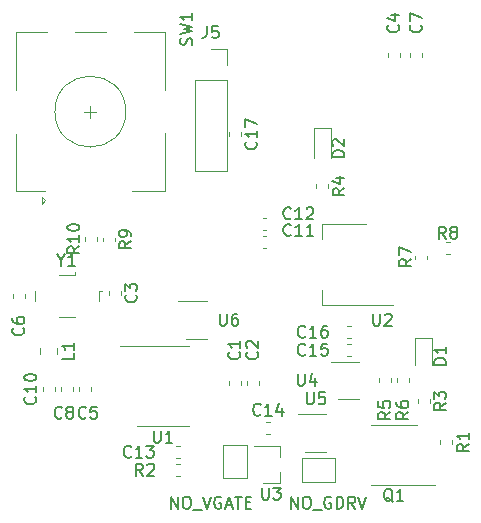
<source format=gbr>
%TF.GenerationSoftware,KiCad,Pcbnew,5.1.6*%
%TF.CreationDate,2020-09-04T20:47:42+02:00*%
%TF.ProjectId,JBC_Nano_Hardware,4a42435f-4e61-46e6-9f5f-486172647761,rev?*%
%TF.SameCoordinates,Original*%
%TF.FileFunction,Legend,Top*%
%TF.FilePolarity,Positive*%
%FSLAX46Y46*%
G04 Gerber Fmt 4.6, Leading zero omitted, Abs format (unit mm)*
G04 Created by KiCad (PCBNEW 5.1.6) date 2020-09-04 20:47:42*
%MOMM*%
%LPD*%
G01*
G04 APERTURE LIST*
%ADD10C,0.150000*%
%ADD11C,0.120000*%
G04 APERTURE END LIST*
D10*
X47172952Y-69540380D02*
X47172952Y-68540380D01*
X47744380Y-69540380D01*
X47744380Y-68540380D01*
X48411047Y-68540380D02*
X48601523Y-68540380D01*
X48696761Y-68588000D01*
X48792000Y-68683238D01*
X48839619Y-68873714D01*
X48839619Y-69207047D01*
X48792000Y-69397523D01*
X48696761Y-69492761D01*
X48601523Y-69540380D01*
X48411047Y-69540380D01*
X48315809Y-69492761D01*
X48220571Y-69397523D01*
X48172952Y-69207047D01*
X48172952Y-68873714D01*
X48220571Y-68683238D01*
X48315809Y-68588000D01*
X48411047Y-68540380D01*
X49030095Y-69635619D02*
X49792000Y-69635619D01*
X50553904Y-68588000D02*
X50458666Y-68540380D01*
X50315809Y-68540380D01*
X50172952Y-68588000D01*
X50077714Y-68683238D01*
X50030095Y-68778476D01*
X49982476Y-68968952D01*
X49982476Y-69111809D01*
X50030095Y-69302285D01*
X50077714Y-69397523D01*
X50172952Y-69492761D01*
X50315809Y-69540380D01*
X50411047Y-69540380D01*
X50553904Y-69492761D01*
X50601523Y-69445142D01*
X50601523Y-69111809D01*
X50411047Y-69111809D01*
X51030095Y-69540380D02*
X51030095Y-68540380D01*
X51268190Y-68540380D01*
X51411047Y-68588000D01*
X51506285Y-68683238D01*
X51553904Y-68778476D01*
X51601523Y-68968952D01*
X51601523Y-69111809D01*
X51553904Y-69302285D01*
X51506285Y-69397523D01*
X51411047Y-69492761D01*
X51268190Y-69540380D01*
X51030095Y-69540380D01*
X52601523Y-69540380D02*
X52268190Y-69064190D01*
X52030095Y-69540380D02*
X52030095Y-68540380D01*
X52411047Y-68540380D01*
X52506285Y-68588000D01*
X52553904Y-68635619D01*
X52601523Y-68730857D01*
X52601523Y-68873714D01*
X52553904Y-68968952D01*
X52506285Y-69016571D01*
X52411047Y-69064190D01*
X52030095Y-69064190D01*
X52887238Y-68540380D02*
X53220571Y-69540380D01*
X53553904Y-68540380D01*
X37005047Y-69540380D02*
X37005047Y-68540380D01*
X37576476Y-69540380D01*
X37576476Y-68540380D01*
X38243142Y-68540380D02*
X38433619Y-68540380D01*
X38528857Y-68588000D01*
X38624095Y-68683238D01*
X38671714Y-68873714D01*
X38671714Y-69207047D01*
X38624095Y-69397523D01*
X38528857Y-69492761D01*
X38433619Y-69540380D01*
X38243142Y-69540380D01*
X38147904Y-69492761D01*
X38052666Y-69397523D01*
X38005047Y-69207047D01*
X38005047Y-68873714D01*
X38052666Y-68683238D01*
X38147904Y-68588000D01*
X38243142Y-68540380D01*
X38862190Y-69635619D02*
X39624095Y-69635619D01*
X39719333Y-68540380D02*
X40052666Y-69540380D01*
X40386000Y-68540380D01*
X41243142Y-68588000D02*
X41147904Y-68540380D01*
X41005047Y-68540380D01*
X40862190Y-68588000D01*
X40766952Y-68683238D01*
X40719333Y-68778476D01*
X40671714Y-68968952D01*
X40671714Y-69111809D01*
X40719333Y-69302285D01*
X40766952Y-69397523D01*
X40862190Y-69492761D01*
X41005047Y-69540380D01*
X41100285Y-69540380D01*
X41243142Y-69492761D01*
X41290761Y-69445142D01*
X41290761Y-69111809D01*
X41100285Y-69111809D01*
X41671714Y-69254666D02*
X42147904Y-69254666D01*
X41576476Y-69540380D02*
X41909809Y-68540380D01*
X42243142Y-69540380D01*
X42433619Y-68540380D02*
X43005047Y-68540380D01*
X42719333Y-69540380D02*
X42719333Y-68540380D01*
X43338380Y-69016571D02*
X43671714Y-69016571D01*
X43814571Y-69540380D02*
X43338380Y-69540380D01*
X43338380Y-68540380D01*
X43814571Y-68540380D01*
D11*
%TO.C,C1*%
X41908000Y-58739721D02*
X41908000Y-59065279D01*
X42928000Y-58739721D02*
X42928000Y-59065279D01*
%TO.C,C2*%
X44452000Y-58739721D02*
X44452000Y-59065279D01*
X43432000Y-58739721D02*
X43432000Y-59065279D01*
%TO.C,C3*%
X31748000Y-51119721D02*
X31748000Y-51445279D01*
X32768000Y-51119721D02*
X32768000Y-51445279D01*
%TO.C,C4*%
X56390000Y-31303279D02*
X56390000Y-30977721D01*
X55370000Y-31303279D02*
X55370000Y-30977721D01*
%TO.C,C5*%
X30228000Y-59247721D02*
X30228000Y-59573279D01*
X29208000Y-59247721D02*
X29208000Y-59573279D01*
%TO.C,C6*%
X23620000Y-51724779D02*
X23620000Y-51399221D01*
X24640000Y-51724779D02*
X24640000Y-51399221D01*
%TO.C,C7*%
X58295000Y-31303279D02*
X58295000Y-30977721D01*
X57275000Y-31303279D02*
X57275000Y-30977721D01*
%TO.C,C8*%
X27684000Y-59247721D02*
X27684000Y-59573279D01*
X28704000Y-59247721D02*
X28704000Y-59573279D01*
%TO.C,C10*%
X27180000Y-59247721D02*
X27180000Y-59573279D01*
X26160000Y-59247721D02*
X26160000Y-59573279D01*
%TO.C,C11*%
X45092779Y-46456000D02*
X44767221Y-46456000D01*
X45092779Y-47476000D02*
X44767221Y-47476000D01*
%TO.C,C12*%
X45092779Y-45952000D02*
X44767221Y-45952000D01*
X45092779Y-44932000D02*
X44767221Y-44932000D01*
%TO.C,C14*%
X45400279Y-63248000D02*
X45074721Y-63248000D01*
X45400279Y-62228000D02*
X45074721Y-62228000D01*
%TO.C,C15*%
X52232779Y-56644000D02*
X51907221Y-56644000D01*
X52232779Y-55624000D02*
X51907221Y-55624000D01*
%TO.C,C16*%
X52232779Y-54100000D02*
X51907221Y-54100000D01*
X52232779Y-55120000D02*
X51907221Y-55120000D01*
%TO.C,C13*%
X37454721Y-64260000D02*
X37780279Y-64260000D01*
X37454721Y-65280000D02*
X37780279Y-65280000D01*
%TO.C,D1*%
X59155000Y-57416500D02*
X59155000Y-55131500D01*
X59155000Y-55131500D02*
X57685000Y-55131500D01*
X57685000Y-55131500D02*
X57685000Y-57416500D01*
%TO.C,J5*%
X39056000Y-33274000D02*
X41716000Y-33274000D01*
X39056000Y-33274000D02*
X39056000Y-40954000D01*
X39056000Y-40954000D02*
X41716000Y-40954000D01*
X41716000Y-33274000D02*
X41716000Y-40954000D01*
X41716000Y-30674000D02*
X41716000Y-32004000D01*
X40386000Y-30674000D02*
X41716000Y-30674000D01*
%TO.C,JP1*%
X41418000Y-64169000D02*
X43418000Y-64169000D01*
X41418000Y-66969000D02*
X41418000Y-64169000D01*
X43418000Y-66969000D02*
X41418000Y-66969000D01*
X43418000Y-64169000D02*
X43418000Y-66969000D01*
%TO.C,JP2*%
X50930000Y-67294000D02*
X48130000Y-67294000D01*
X48130000Y-67294000D02*
X48130000Y-65294000D01*
X48130000Y-65294000D02*
X50930000Y-65294000D01*
X50930000Y-65294000D02*
X50930000Y-67294000D01*
%TO.C,L1*%
X25960000Y-55953922D02*
X25960000Y-56471078D01*
X27380000Y-55953922D02*
X27380000Y-56471078D01*
%TO.C,Q1*%
X55880000Y-62464000D02*
X53930000Y-62464000D01*
X55880000Y-62464000D02*
X57830000Y-62464000D01*
X55880000Y-67584000D02*
X53930000Y-67584000D01*
X55880000Y-67584000D02*
X59330000Y-67584000D01*
%TO.C,R1*%
X59815000Y-63743721D02*
X59815000Y-64069279D01*
X60835000Y-63743721D02*
X60835000Y-64069279D01*
%TO.C,R3*%
X58930000Y-60263721D02*
X58930000Y-60589279D01*
X57910000Y-60263721D02*
X57910000Y-60589279D01*
%TO.C,R5*%
X54608000Y-58511221D02*
X54608000Y-58836779D01*
X55628000Y-58511221D02*
X55628000Y-58836779D01*
%TO.C,R6*%
X56132000Y-58836779D02*
X56132000Y-58511221D01*
X57152000Y-58836779D02*
X57152000Y-58511221D01*
%TO.C,R2*%
X37454721Y-65784000D02*
X37780279Y-65784000D01*
X37454721Y-66804000D02*
X37780279Y-66804000D01*
%TO.C,R7*%
X57656000Y-48448279D02*
X57656000Y-48122721D01*
X58676000Y-48448279D02*
X58676000Y-48122721D01*
%TO.C,R8*%
X60314721Y-48008000D02*
X60640279Y-48008000D01*
X60314721Y-46988000D02*
X60640279Y-46988000D01*
%TO.C,R9*%
X31240000Y-46598721D02*
X31240000Y-46924279D01*
X32260000Y-46598721D02*
X32260000Y-46924279D01*
%TO.C,R10*%
X29716000Y-46873279D02*
X29716000Y-46547721D01*
X30736000Y-46873279D02*
X30736000Y-46547721D01*
%TO.C,SW1*%
X30186000Y-36434000D02*
X30186000Y-35434000D01*
X29686000Y-35934000D02*
X30686000Y-35934000D01*
X33886000Y-29234000D02*
X36486000Y-29234000D01*
X28886000Y-29234000D02*
X31486000Y-29234000D01*
X23886000Y-29234000D02*
X26486000Y-29234000D01*
X26086000Y-43134000D02*
X26386000Y-43434000D01*
X26086000Y-43734000D02*
X26086000Y-43134000D01*
X26386000Y-43434000D02*
X26086000Y-43734000D01*
X23886000Y-42634000D02*
X26386000Y-42634000D01*
X23886000Y-37834000D02*
X23886000Y-42634000D01*
X36486000Y-42634000D02*
X33686000Y-42634000D01*
X36486000Y-37734000D02*
X36486000Y-42634000D01*
X36486000Y-29234000D02*
X36486000Y-34134000D01*
X23886000Y-34134000D02*
X23886000Y-29234000D01*
X33186000Y-35934000D02*
G75*
G03*
X33186000Y-35934000I-3000000J0D01*
G01*
%TO.C,U1*%
X36322000Y-62567000D02*
X38522000Y-62567000D01*
X36322000Y-62567000D02*
X34122000Y-62567000D01*
X36322000Y-55797000D02*
X38522000Y-55797000D01*
X36322000Y-55797000D02*
X32722000Y-55797000D01*
%TO.C,U4*%
X51190000Y-60234000D02*
X52950000Y-60234000D01*
X52950000Y-57164000D02*
X50520000Y-57164000D01*
%TO.C,Y1*%
X31194000Y-51162000D02*
X30894000Y-51162000D01*
X30894000Y-51162000D02*
X30894000Y-51962000D01*
X25494000Y-51962000D02*
X25494000Y-51162000D01*
X28894000Y-53362000D02*
X27494000Y-53362000D01*
X27494000Y-49762000D02*
X28894000Y-49762000D01*
X28894000Y-49762000D02*
X28894000Y-49522000D01*
%TO.C,U3*%
X46242000Y-67366000D02*
X46242000Y-66436000D01*
X46242000Y-64206000D02*
X46242000Y-65136000D01*
X46242000Y-64206000D02*
X44082000Y-64206000D01*
X46242000Y-67366000D02*
X44782000Y-67366000D01*
%TO.C,U6*%
X38300000Y-55204000D02*
X40100000Y-55204000D01*
X40100000Y-51984000D02*
X37650000Y-51984000D01*
%TO.C,D2*%
X49155000Y-37363000D02*
X49155000Y-39848000D01*
X50525000Y-37363000D02*
X49155000Y-37363000D01*
X50525000Y-39848000D02*
X50525000Y-37363000D01*
%TO.C,R4*%
X50350000Y-42423279D02*
X50350000Y-42097721D01*
X49330000Y-42423279D02*
X49330000Y-42097721D01*
%TO.C,U2*%
X55800000Y-52310000D02*
X49790000Y-52310000D01*
X53550000Y-45490000D02*
X49790000Y-45490000D01*
X49790000Y-52310000D02*
X49790000Y-51050000D01*
X49790000Y-45490000D02*
X49790000Y-46750000D01*
%TO.C,C17*%
X41908000Y-37683221D02*
X41908000Y-38008779D01*
X42928000Y-37683221D02*
X42928000Y-38008779D01*
%TO.C,U5*%
X48376000Y-64767100D02*
X50176000Y-64767100D01*
X50176000Y-61547100D02*
X47726000Y-61547100D01*
%TO.C,C1*%
D10*
X42775142Y-56300666D02*
X42822761Y-56348285D01*
X42870380Y-56491142D01*
X42870380Y-56586380D01*
X42822761Y-56729238D01*
X42727523Y-56824476D01*
X42632285Y-56872095D01*
X42441809Y-56919714D01*
X42298952Y-56919714D01*
X42108476Y-56872095D01*
X42013238Y-56824476D01*
X41918000Y-56729238D01*
X41870380Y-56586380D01*
X41870380Y-56491142D01*
X41918000Y-56348285D01*
X41965619Y-56300666D01*
X42870380Y-55348285D02*
X42870380Y-55919714D01*
X42870380Y-55634000D02*
X41870380Y-55634000D01*
X42013238Y-55729238D01*
X42108476Y-55824476D01*
X42156095Y-55919714D01*
%TO.C,C2*%
X44299142Y-56300666D02*
X44346761Y-56348285D01*
X44394380Y-56491142D01*
X44394380Y-56586380D01*
X44346761Y-56729238D01*
X44251523Y-56824476D01*
X44156285Y-56872095D01*
X43965809Y-56919714D01*
X43822952Y-56919714D01*
X43632476Y-56872095D01*
X43537238Y-56824476D01*
X43442000Y-56729238D01*
X43394380Y-56586380D01*
X43394380Y-56491142D01*
X43442000Y-56348285D01*
X43489619Y-56300666D01*
X43489619Y-55919714D02*
X43442000Y-55872095D01*
X43394380Y-55776857D01*
X43394380Y-55538761D01*
X43442000Y-55443523D01*
X43489619Y-55395904D01*
X43584857Y-55348285D01*
X43680095Y-55348285D01*
X43822952Y-55395904D01*
X44394380Y-55967333D01*
X44394380Y-55348285D01*
%TO.C,C3*%
X34045142Y-51449166D02*
X34092761Y-51496785D01*
X34140380Y-51639642D01*
X34140380Y-51734880D01*
X34092761Y-51877738D01*
X33997523Y-51972976D01*
X33902285Y-52020595D01*
X33711809Y-52068214D01*
X33568952Y-52068214D01*
X33378476Y-52020595D01*
X33283238Y-51972976D01*
X33188000Y-51877738D01*
X33140380Y-51734880D01*
X33140380Y-51639642D01*
X33188000Y-51496785D01*
X33235619Y-51449166D01*
X33140380Y-51115833D02*
X33140380Y-50496785D01*
X33521333Y-50830119D01*
X33521333Y-50687261D01*
X33568952Y-50592023D01*
X33616571Y-50544404D01*
X33711809Y-50496785D01*
X33949904Y-50496785D01*
X34045142Y-50544404D01*
X34092761Y-50592023D01*
X34140380Y-50687261D01*
X34140380Y-50972976D01*
X34092761Y-51068214D01*
X34045142Y-51115833D01*
%TO.C,C4*%
X56237142Y-28614666D02*
X56284761Y-28662285D01*
X56332380Y-28805142D01*
X56332380Y-28900380D01*
X56284761Y-29043238D01*
X56189523Y-29138476D01*
X56094285Y-29186095D01*
X55903809Y-29233714D01*
X55760952Y-29233714D01*
X55570476Y-29186095D01*
X55475238Y-29138476D01*
X55380000Y-29043238D01*
X55332380Y-28900380D01*
X55332380Y-28805142D01*
X55380000Y-28662285D01*
X55427619Y-28614666D01*
X55665714Y-27757523D02*
X56332380Y-27757523D01*
X55284761Y-27995619D02*
X55999047Y-28233714D01*
X55999047Y-27614666D01*
%TO.C,C5*%
X29805333Y-61825142D02*
X29757714Y-61872761D01*
X29614857Y-61920380D01*
X29519619Y-61920380D01*
X29376761Y-61872761D01*
X29281523Y-61777523D01*
X29233904Y-61682285D01*
X29186285Y-61491809D01*
X29186285Y-61348952D01*
X29233904Y-61158476D01*
X29281523Y-61063238D01*
X29376761Y-60968000D01*
X29519619Y-60920380D01*
X29614857Y-60920380D01*
X29757714Y-60968000D01*
X29805333Y-61015619D01*
X30710095Y-60920380D02*
X30233904Y-60920380D01*
X30186285Y-61396571D01*
X30233904Y-61348952D01*
X30329142Y-61301333D01*
X30567238Y-61301333D01*
X30662476Y-61348952D01*
X30710095Y-61396571D01*
X30757714Y-61491809D01*
X30757714Y-61729904D01*
X30710095Y-61825142D01*
X30662476Y-61872761D01*
X30567238Y-61920380D01*
X30329142Y-61920380D01*
X30233904Y-61872761D01*
X30186285Y-61825142D01*
%TO.C,C6*%
X24487142Y-54268666D02*
X24534761Y-54316285D01*
X24582380Y-54459142D01*
X24582380Y-54554380D01*
X24534761Y-54697238D01*
X24439523Y-54792476D01*
X24344285Y-54840095D01*
X24153809Y-54887714D01*
X24010952Y-54887714D01*
X23820476Y-54840095D01*
X23725238Y-54792476D01*
X23630000Y-54697238D01*
X23582380Y-54554380D01*
X23582380Y-54459142D01*
X23630000Y-54316285D01*
X23677619Y-54268666D01*
X23582380Y-53411523D02*
X23582380Y-53602000D01*
X23630000Y-53697238D01*
X23677619Y-53744857D01*
X23820476Y-53840095D01*
X24010952Y-53887714D01*
X24391904Y-53887714D01*
X24487142Y-53840095D01*
X24534761Y-53792476D01*
X24582380Y-53697238D01*
X24582380Y-53506761D01*
X24534761Y-53411523D01*
X24487142Y-53363904D01*
X24391904Y-53316285D01*
X24153809Y-53316285D01*
X24058571Y-53363904D01*
X24010952Y-53411523D01*
X23963333Y-53506761D01*
X23963333Y-53697238D01*
X24010952Y-53792476D01*
X24058571Y-53840095D01*
X24153809Y-53887714D01*
%TO.C,C7*%
X58142142Y-28614666D02*
X58189761Y-28662285D01*
X58237380Y-28805142D01*
X58237380Y-28900380D01*
X58189761Y-29043238D01*
X58094523Y-29138476D01*
X57999285Y-29186095D01*
X57808809Y-29233714D01*
X57665952Y-29233714D01*
X57475476Y-29186095D01*
X57380238Y-29138476D01*
X57285000Y-29043238D01*
X57237380Y-28900380D01*
X57237380Y-28805142D01*
X57285000Y-28662285D01*
X57332619Y-28614666D01*
X57237380Y-28281333D02*
X57237380Y-27614666D01*
X58237380Y-28043238D01*
%TO.C,C8*%
X27773333Y-61825142D02*
X27725714Y-61872761D01*
X27582857Y-61920380D01*
X27487619Y-61920380D01*
X27344761Y-61872761D01*
X27249523Y-61777523D01*
X27201904Y-61682285D01*
X27154285Y-61491809D01*
X27154285Y-61348952D01*
X27201904Y-61158476D01*
X27249523Y-61063238D01*
X27344761Y-60968000D01*
X27487619Y-60920380D01*
X27582857Y-60920380D01*
X27725714Y-60968000D01*
X27773333Y-61015619D01*
X28344761Y-61348952D02*
X28249523Y-61301333D01*
X28201904Y-61253714D01*
X28154285Y-61158476D01*
X28154285Y-61110857D01*
X28201904Y-61015619D01*
X28249523Y-60968000D01*
X28344761Y-60920380D01*
X28535238Y-60920380D01*
X28630476Y-60968000D01*
X28678095Y-61015619D01*
X28725714Y-61110857D01*
X28725714Y-61158476D01*
X28678095Y-61253714D01*
X28630476Y-61301333D01*
X28535238Y-61348952D01*
X28344761Y-61348952D01*
X28249523Y-61396571D01*
X28201904Y-61444190D01*
X28154285Y-61539428D01*
X28154285Y-61729904D01*
X28201904Y-61825142D01*
X28249523Y-61872761D01*
X28344761Y-61920380D01*
X28535238Y-61920380D01*
X28630476Y-61872761D01*
X28678095Y-61825142D01*
X28725714Y-61729904D01*
X28725714Y-61539428D01*
X28678095Y-61444190D01*
X28630476Y-61396571D01*
X28535238Y-61348952D01*
%TO.C,C10*%
X25503142Y-60078857D02*
X25550761Y-60126476D01*
X25598380Y-60269333D01*
X25598380Y-60364571D01*
X25550761Y-60507428D01*
X25455523Y-60602666D01*
X25360285Y-60650285D01*
X25169809Y-60697904D01*
X25026952Y-60697904D01*
X24836476Y-60650285D01*
X24741238Y-60602666D01*
X24646000Y-60507428D01*
X24598380Y-60364571D01*
X24598380Y-60269333D01*
X24646000Y-60126476D01*
X24693619Y-60078857D01*
X25598380Y-59126476D02*
X25598380Y-59697904D01*
X25598380Y-59412190D02*
X24598380Y-59412190D01*
X24741238Y-59507428D01*
X24836476Y-59602666D01*
X24884095Y-59697904D01*
X24598380Y-58507428D02*
X24598380Y-58412190D01*
X24646000Y-58316952D01*
X24693619Y-58269333D01*
X24788857Y-58221714D01*
X24979333Y-58174095D01*
X25217428Y-58174095D01*
X25407904Y-58221714D01*
X25503142Y-58269333D01*
X25550761Y-58316952D01*
X25598380Y-58412190D01*
X25598380Y-58507428D01*
X25550761Y-58602666D01*
X25503142Y-58650285D01*
X25407904Y-58697904D01*
X25217428Y-58745523D01*
X24979333Y-58745523D01*
X24788857Y-58697904D01*
X24693619Y-58650285D01*
X24646000Y-58602666D01*
X24598380Y-58507428D01*
%TO.C,C11*%
X47157142Y-46357142D02*
X47109523Y-46404761D01*
X46966666Y-46452380D01*
X46871428Y-46452380D01*
X46728571Y-46404761D01*
X46633333Y-46309523D01*
X46585714Y-46214285D01*
X46538095Y-46023809D01*
X46538095Y-45880952D01*
X46585714Y-45690476D01*
X46633333Y-45595238D01*
X46728571Y-45500000D01*
X46871428Y-45452380D01*
X46966666Y-45452380D01*
X47109523Y-45500000D01*
X47157142Y-45547619D01*
X48109523Y-46452380D02*
X47538095Y-46452380D01*
X47823809Y-46452380D02*
X47823809Y-45452380D01*
X47728571Y-45595238D01*
X47633333Y-45690476D01*
X47538095Y-45738095D01*
X49061904Y-46452380D02*
X48490476Y-46452380D01*
X48776190Y-46452380D02*
X48776190Y-45452380D01*
X48680952Y-45595238D01*
X48585714Y-45690476D01*
X48490476Y-45738095D01*
%TO.C,C12*%
X47157142Y-44957142D02*
X47109523Y-45004761D01*
X46966666Y-45052380D01*
X46871428Y-45052380D01*
X46728571Y-45004761D01*
X46633333Y-44909523D01*
X46585714Y-44814285D01*
X46538095Y-44623809D01*
X46538095Y-44480952D01*
X46585714Y-44290476D01*
X46633333Y-44195238D01*
X46728571Y-44100000D01*
X46871428Y-44052380D01*
X46966666Y-44052380D01*
X47109523Y-44100000D01*
X47157142Y-44147619D01*
X48109523Y-45052380D02*
X47538095Y-45052380D01*
X47823809Y-45052380D02*
X47823809Y-44052380D01*
X47728571Y-44195238D01*
X47633333Y-44290476D01*
X47538095Y-44338095D01*
X48490476Y-44147619D02*
X48538095Y-44100000D01*
X48633333Y-44052380D01*
X48871428Y-44052380D01*
X48966666Y-44100000D01*
X49014285Y-44147619D01*
X49061904Y-44242857D01*
X49061904Y-44338095D01*
X49014285Y-44480952D01*
X48442857Y-45052380D01*
X49061904Y-45052380D01*
%TO.C,C14*%
X44594642Y-61571142D02*
X44547023Y-61618761D01*
X44404166Y-61666380D01*
X44308928Y-61666380D01*
X44166071Y-61618761D01*
X44070833Y-61523523D01*
X44023214Y-61428285D01*
X43975595Y-61237809D01*
X43975595Y-61094952D01*
X44023214Y-60904476D01*
X44070833Y-60809238D01*
X44166071Y-60714000D01*
X44308928Y-60666380D01*
X44404166Y-60666380D01*
X44547023Y-60714000D01*
X44594642Y-60761619D01*
X45547023Y-61666380D02*
X44975595Y-61666380D01*
X45261309Y-61666380D02*
X45261309Y-60666380D01*
X45166071Y-60809238D01*
X45070833Y-60904476D01*
X44975595Y-60952095D01*
X46404166Y-60999714D02*
X46404166Y-61666380D01*
X46166071Y-60618761D02*
X45927976Y-61333047D01*
X46547023Y-61333047D01*
%TO.C,C15*%
X48379142Y-56491142D02*
X48331523Y-56538761D01*
X48188666Y-56586380D01*
X48093428Y-56586380D01*
X47950571Y-56538761D01*
X47855333Y-56443523D01*
X47807714Y-56348285D01*
X47760095Y-56157809D01*
X47760095Y-56014952D01*
X47807714Y-55824476D01*
X47855333Y-55729238D01*
X47950571Y-55634000D01*
X48093428Y-55586380D01*
X48188666Y-55586380D01*
X48331523Y-55634000D01*
X48379142Y-55681619D01*
X49331523Y-56586380D02*
X48760095Y-56586380D01*
X49045809Y-56586380D02*
X49045809Y-55586380D01*
X48950571Y-55729238D01*
X48855333Y-55824476D01*
X48760095Y-55872095D01*
X50236285Y-55586380D02*
X49760095Y-55586380D01*
X49712476Y-56062571D01*
X49760095Y-56014952D01*
X49855333Y-55967333D01*
X50093428Y-55967333D01*
X50188666Y-56014952D01*
X50236285Y-56062571D01*
X50283904Y-56157809D01*
X50283904Y-56395904D01*
X50236285Y-56491142D01*
X50188666Y-56538761D01*
X50093428Y-56586380D01*
X49855333Y-56586380D01*
X49760095Y-56538761D01*
X49712476Y-56491142D01*
%TO.C,C16*%
X48379142Y-54967142D02*
X48331523Y-55014761D01*
X48188666Y-55062380D01*
X48093428Y-55062380D01*
X47950571Y-55014761D01*
X47855333Y-54919523D01*
X47807714Y-54824285D01*
X47760095Y-54633809D01*
X47760095Y-54490952D01*
X47807714Y-54300476D01*
X47855333Y-54205238D01*
X47950571Y-54110000D01*
X48093428Y-54062380D01*
X48188666Y-54062380D01*
X48331523Y-54110000D01*
X48379142Y-54157619D01*
X49331523Y-55062380D02*
X48760095Y-55062380D01*
X49045809Y-55062380D02*
X49045809Y-54062380D01*
X48950571Y-54205238D01*
X48855333Y-54300476D01*
X48760095Y-54348095D01*
X50188666Y-54062380D02*
X49998190Y-54062380D01*
X49902952Y-54110000D01*
X49855333Y-54157619D01*
X49760095Y-54300476D01*
X49712476Y-54490952D01*
X49712476Y-54871904D01*
X49760095Y-54967142D01*
X49807714Y-55014761D01*
X49902952Y-55062380D01*
X50093428Y-55062380D01*
X50188666Y-55014761D01*
X50236285Y-54967142D01*
X50283904Y-54871904D01*
X50283904Y-54633809D01*
X50236285Y-54538571D01*
X50188666Y-54490952D01*
X50093428Y-54443333D01*
X49902952Y-54443333D01*
X49807714Y-54490952D01*
X49760095Y-54538571D01*
X49712476Y-54633809D01*
%TO.C,C13*%
X33647142Y-65127142D02*
X33599523Y-65174761D01*
X33456666Y-65222380D01*
X33361428Y-65222380D01*
X33218571Y-65174761D01*
X33123333Y-65079523D01*
X33075714Y-64984285D01*
X33028095Y-64793809D01*
X33028095Y-64650952D01*
X33075714Y-64460476D01*
X33123333Y-64365238D01*
X33218571Y-64270000D01*
X33361428Y-64222380D01*
X33456666Y-64222380D01*
X33599523Y-64270000D01*
X33647142Y-64317619D01*
X34599523Y-65222380D02*
X34028095Y-65222380D01*
X34313809Y-65222380D02*
X34313809Y-64222380D01*
X34218571Y-64365238D01*
X34123333Y-64460476D01*
X34028095Y-64508095D01*
X34932857Y-64222380D02*
X35551904Y-64222380D01*
X35218571Y-64603333D01*
X35361428Y-64603333D01*
X35456666Y-64650952D01*
X35504285Y-64698571D01*
X35551904Y-64793809D01*
X35551904Y-65031904D01*
X35504285Y-65127142D01*
X35456666Y-65174761D01*
X35361428Y-65222380D01*
X35075714Y-65222380D01*
X34980476Y-65174761D01*
X34932857Y-65127142D01*
%TO.C,D1*%
X60302380Y-57354595D02*
X59302380Y-57354595D01*
X59302380Y-57116500D01*
X59350000Y-56973642D01*
X59445238Y-56878404D01*
X59540476Y-56830785D01*
X59730952Y-56783166D01*
X59873809Y-56783166D01*
X60064285Y-56830785D01*
X60159523Y-56878404D01*
X60254761Y-56973642D01*
X60302380Y-57116500D01*
X60302380Y-57354595D01*
X60302380Y-55830785D02*
X60302380Y-56402214D01*
X60302380Y-56116500D02*
X59302380Y-56116500D01*
X59445238Y-56211738D01*
X59540476Y-56306976D01*
X59588095Y-56402214D01*
%TO.C,J5*%
X40052666Y-28686380D02*
X40052666Y-29400666D01*
X40005047Y-29543523D01*
X39909809Y-29638761D01*
X39766952Y-29686380D01*
X39671714Y-29686380D01*
X41005047Y-28686380D02*
X40528857Y-28686380D01*
X40481238Y-29162571D01*
X40528857Y-29114952D01*
X40624095Y-29067333D01*
X40862190Y-29067333D01*
X40957428Y-29114952D01*
X41005047Y-29162571D01*
X41052666Y-29257809D01*
X41052666Y-29495904D01*
X41005047Y-29591142D01*
X40957428Y-29638761D01*
X40862190Y-29686380D01*
X40624095Y-29686380D01*
X40528857Y-29638761D01*
X40481238Y-29591142D01*
%TO.C,L1*%
X28772380Y-56379166D02*
X28772380Y-56855357D01*
X27772380Y-56855357D01*
X28772380Y-55522023D02*
X28772380Y-56093452D01*
X28772380Y-55807738D02*
X27772380Y-55807738D01*
X27915238Y-55902976D01*
X28010476Y-55998214D01*
X28058095Y-56093452D01*
%TO.C,Q1*%
X55784761Y-68971619D02*
X55689523Y-68924000D01*
X55594285Y-68828761D01*
X55451428Y-68685904D01*
X55356190Y-68638285D01*
X55260952Y-68638285D01*
X55308571Y-68876380D02*
X55213333Y-68828761D01*
X55118095Y-68733523D01*
X55070476Y-68543047D01*
X55070476Y-68209714D01*
X55118095Y-68019238D01*
X55213333Y-67924000D01*
X55308571Y-67876380D01*
X55499047Y-67876380D01*
X55594285Y-67924000D01*
X55689523Y-68019238D01*
X55737142Y-68209714D01*
X55737142Y-68543047D01*
X55689523Y-68733523D01*
X55594285Y-68828761D01*
X55499047Y-68876380D01*
X55308571Y-68876380D01*
X56689523Y-68876380D02*
X56118095Y-68876380D01*
X56403809Y-68876380D02*
X56403809Y-67876380D01*
X56308571Y-68019238D01*
X56213333Y-68114476D01*
X56118095Y-68162095D01*
%TO.C,R1*%
X62207380Y-64073166D02*
X61731190Y-64406500D01*
X62207380Y-64644595D02*
X61207380Y-64644595D01*
X61207380Y-64263642D01*
X61255000Y-64168404D01*
X61302619Y-64120785D01*
X61397857Y-64073166D01*
X61540714Y-64073166D01*
X61635952Y-64120785D01*
X61683571Y-64168404D01*
X61731190Y-64263642D01*
X61731190Y-64644595D01*
X62207380Y-63120785D02*
X62207380Y-63692214D01*
X62207380Y-63406500D02*
X61207380Y-63406500D01*
X61350238Y-63501738D01*
X61445476Y-63596976D01*
X61493095Y-63692214D01*
%TO.C,R3*%
X60302380Y-60593166D02*
X59826190Y-60926500D01*
X60302380Y-61164595D02*
X59302380Y-61164595D01*
X59302380Y-60783642D01*
X59350000Y-60688404D01*
X59397619Y-60640785D01*
X59492857Y-60593166D01*
X59635714Y-60593166D01*
X59730952Y-60640785D01*
X59778571Y-60688404D01*
X59826190Y-60783642D01*
X59826190Y-61164595D01*
X59302380Y-60259833D02*
X59302380Y-59640785D01*
X59683333Y-59974119D01*
X59683333Y-59831261D01*
X59730952Y-59736023D01*
X59778571Y-59688404D01*
X59873809Y-59640785D01*
X60111904Y-59640785D01*
X60207142Y-59688404D01*
X60254761Y-59736023D01*
X60302380Y-59831261D01*
X60302380Y-60116976D01*
X60254761Y-60212214D01*
X60207142Y-60259833D01*
%TO.C,R5*%
X55570380Y-61380666D02*
X55094190Y-61714000D01*
X55570380Y-61952095D02*
X54570380Y-61952095D01*
X54570380Y-61571142D01*
X54618000Y-61475904D01*
X54665619Y-61428285D01*
X54760857Y-61380666D01*
X54903714Y-61380666D01*
X54998952Y-61428285D01*
X55046571Y-61475904D01*
X55094190Y-61571142D01*
X55094190Y-61952095D01*
X54570380Y-60475904D02*
X54570380Y-60952095D01*
X55046571Y-60999714D01*
X54998952Y-60952095D01*
X54951333Y-60856857D01*
X54951333Y-60618761D01*
X54998952Y-60523523D01*
X55046571Y-60475904D01*
X55141809Y-60428285D01*
X55379904Y-60428285D01*
X55475142Y-60475904D01*
X55522761Y-60523523D01*
X55570380Y-60618761D01*
X55570380Y-60856857D01*
X55522761Y-60952095D01*
X55475142Y-60999714D01*
%TO.C,R6*%
X57094380Y-61380666D02*
X56618190Y-61714000D01*
X57094380Y-61952095D02*
X56094380Y-61952095D01*
X56094380Y-61571142D01*
X56142000Y-61475904D01*
X56189619Y-61428285D01*
X56284857Y-61380666D01*
X56427714Y-61380666D01*
X56522952Y-61428285D01*
X56570571Y-61475904D01*
X56618190Y-61571142D01*
X56618190Y-61952095D01*
X56094380Y-60523523D02*
X56094380Y-60714000D01*
X56142000Y-60809238D01*
X56189619Y-60856857D01*
X56332476Y-60952095D01*
X56522952Y-60999714D01*
X56903904Y-60999714D01*
X56999142Y-60952095D01*
X57046761Y-60904476D01*
X57094380Y-60809238D01*
X57094380Y-60618761D01*
X57046761Y-60523523D01*
X56999142Y-60475904D01*
X56903904Y-60428285D01*
X56665809Y-60428285D01*
X56570571Y-60475904D01*
X56522952Y-60523523D01*
X56475333Y-60618761D01*
X56475333Y-60809238D01*
X56522952Y-60904476D01*
X56570571Y-60952095D01*
X56665809Y-60999714D01*
%TO.C,R2*%
X34631333Y-66746380D02*
X34298000Y-66270190D01*
X34059904Y-66746380D02*
X34059904Y-65746380D01*
X34440857Y-65746380D01*
X34536095Y-65794000D01*
X34583714Y-65841619D01*
X34631333Y-65936857D01*
X34631333Y-66079714D01*
X34583714Y-66174952D01*
X34536095Y-66222571D01*
X34440857Y-66270190D01*
X34059904Y-66270190D01*
X35012285Y-65841619D02*
X35059904Y-65794000D01*
X35155142Y-65746380D01*
X35393238Y-65746380D01*
X35488476Y-65794000D01*
X35536095Y-65841619D01*
X35583714Y-65936857D01*
X35583714Y-66032095D01*
X35536095Y-66174952D01*
X34964666Y-66746380D01*
X35583714Y-66746380D01*
%TO.C,R7*%
X57348380Y-48426666D02*
X56872190Y-48760000D01*
X57348380Y-48998095D02*
X56348380Y-48998095D01*
X56348380Y-48617142D01*
X56396000Y-48521904D01*
X56443619Y-48474285D01*
X56538857Y-48426666D01*
X56681714Y-48426666D01*
X56776952Y-48474285D01*
X56824571Y-48521904D01*
X56872190Y-48617142D01*
X56872190Y-48998095D01*
X56348380Y-48093333D02*
X56348380Y-47426666D01*
X57348380Y-47855238D01*
%TO.C,R8*%
X60285333Y-46680380D02*
X59952000Y-46204190D01*
X59713904Y-46680380D02*
X59713904Y-45680380D01*
X60094857Y-45680380D01*
X60190095Y-45728000D01*
X60237714Y-45775619D01*
X60285333Y-45870857D01*
X60285333Y-46013714D01*
X60237714Y-46108952D01*
X60190095Y-46156571D01*
X60094857Y-46204190D01*
X59713904Y-46204190D01*
X60856761Y-46108952D02*
X60761523Y-46061333D01*
X60713904Y-46013714D01*
X60666285Y-45918476D01*
X60666285Y-45870857D01*
X60713904Y-45775619D01*
X60761523Y-45728000D01*
X60856761Y-45680380D01*
X61047238Y-45680380D01*
X61142476Y-45728000D01*
X61190095Y-45775619D01*
X61237714Y-45870857D01*
X61237714Y-45918476D01*
X61190095Y-46013714D01*
X61142476Y-46061333D01*
X61047238Y-46108952D01*
X60856761Y-46108952D01*
X60761523Y-46156571D01*
X60713904Y-46204190D01*
X60666285Y-46299428D01*
X60666285Y-46489904D01*
X60713904Y-46585142D01*
X60761523Y-46632761D01*
X60856761Y-46680380D01*
X61047238Y-46680380D01*
X61142476Y-46632761D01*
X61190095Y-46585142D01*
X61237714Y-46489904D01*
X61237714Y-46299428D01*
X61190095Y-46204190D01*
X61142476Y-46156571D01*
X61047238Y-46108952D01*
%TO.C,R9*%
X33632380Y-46928166D02*
X33156190Y-47261500D01*
X33632380Y-47499595D02*
X32632380Y-47499595D01*
X32632380Y-47118642D01*
X32680000Y-47023404D01*
X32727619Y-46975785D01*
X32822857Y-46928166D01*
X32965714Y-46928166D01*
X33060952Y-46975785D01*
X33108571Y-47023404D01*
X33156190Y-47118642D01*
X33156190Y-47499595D01*
X33632380Y-46451976D02*
X33632380Y-46261500D01*
X33584761Y-46166261D01*
X33537142Y-46118642D01*
X33394285Y-46023404D01*
X33203809Y-45975785D01*
X32822857Y-45975785D01*
X32727619Y-46023404D01*
X32680000Y-46071023D01*
X32632380Y-46166261D01*
X32632380Y-46356738D01*
X32680000Y-46451976D01*
X32727619Y-46499595D01*
X32822857Y-46547214D01*
X33060952Y-46547214D01*
X33156190Y-46499595D01*
X33203809Y-46451976D01*
X33251428Y-46356738D01*
X33251428Y-46166261D01*
X33203809Y-46071023D01*
X33156190Y-46023404D01*
X33060952Y-45975785D01*
%TO.C,R10*%
X29248380Y-47353357D02*
X28772190Y-47686690D01*
X29248380Y-47924785D02*
X28248380Y-47924785D01*
X28248380Y-47543833D01*
X28296000Y-47448595D01*
X28343619Y-47400976D01*
X28438857Y-47353357D01*
X28581714Y-47353357D01*
X28676952Y-47400976D01*
X28724571Y-47448595D01*
X28772190Y-47543833D01*
X28772190Y-47924785D01*
X29248380Y-46400976D02*
X29248380Y-46972404D01*
X29248380Y-46686690D02*
X28248380Y-46686690D01*
X28391238Y-46781928D01*
X28486476Y-46877166D01*
X28534095Y-46972404D01*
X28248380Y-45781928D02*
X28248380Y-45686690D01*
X28296000Y-45591452D01*
X28343619Y-45543833D01*
X28438857Y-45496214D01*
X28629333Y-45448595D01*
X28867428Y-45448595D01*
X29057904Y-45496214D01*
X29153142Y-45543833D01*
X29200761Y-45591452D01*
X29248380Y-45686690D01*
X29248380Y-45781928D01*
X29200761Y-45877166D01*
X29153142Y-45924785D01*
X29057904Y-45972404D01*
X28867428Y-46020023D01*
X28629333Y-46020023D01*
X28438857Y-45972404D01*
X28343619Y-45924785D01*
X28296000Y-45877166D01*
X28248380Y-45781928D01*
%TO.C,SW1*%
X38758761Y-30289333D02*
X38806380Y-30146476D01*
X38806380Y-29908380D01*
X38758761Y-29813142D01*
X38711142Y-29765523D01*
X38615904Y-29717904D01*
X38520666Y-29717904D01*
X38425428Y-29765523D01*
X38377809Y-29813142D01*
X38330190Y-29908380D01*
X38282571Y-30098857D01*
X38234952Y-30194095D01*
X38187333Y-30241714D01*
X38092095Y-30289333D01*
X37996857Y-30289333D01*
X37901619Y-30241714D01*
X37854000Y-30194095D01*
X37806380Y-30098857D01*
X37806380Y-29860761D01*
X37854000Y-29717904D01*
X37806380Y-29384571D02*
X38806380Y-29146476D01*
X38092095Y-28956000D01*
X38806380Y-28765523D01*
X37806380Y-28527428D01*
X38806380Y-27622666D02*
X38806380Y-28194095D01*
X38806380Y-27908380D02*
X37806380Y-27908380D01*
X37949238Y-28003619D01*
X38044476Y-28098857D01*
X38092095Y-28194095D01*
%TO.C,U1*%
X35560095Y-62952380D02*
X35560095Y-63761904D01*
X35607714Y-63857142D01*
X35655333Y-63904761D01*
X35750571Y-63952380D01*
X35941047Y-63952380D01*
X36036285Y-63904761D01*
X36083904Y-63857142D01*
X36131523Y-63761904D01*
X36131523Y-62952380D01*
X37131523Y-63952380D02*
X36560095Y-63952380D01*
X36845809Y-63952380D02*
X36845809Y-62952380D01*
X36750571Y-63095238D01*
X36655333Y-63190476D01*
X36560095Y-63238095D01*
%TO.C,U4*%
X47752095Y-58126380D02*
X47752095Y-58935904D01*
X47799714Y-59031142D01*
X47847333Y-59078761D01*
X47942571Y-59126380D01*
X48133047Y-59126380D01*
X48228285Y-59078761D01*
X48275904Y-59031142D01*
X48323523Y-58935904D01*
X48323523Y-58126380D01*
X49228285Y-58459714D02*
X49228285Y-59126380D01*
X48990190Y-58078761D02*
X48752095Y-58793047D01*
X49371142Y-58793047D01*
%TO.C,Y1*%
X27717809Y-48490190D02*
X27717809Y-48966380D01*
X27384476Y-47966380D02*
X27717809Y-48490190D01*
X28051142Y-47966380D01*
X28908285Y-48966380D02*
X28336857Y-48966380D01*
X28622571Y-48966380D02*
X28622571Y-47966380D01*
X28527333Y-48109238D01*
X28432095Y-48204476D01*
X28336857Y-48252095D01*
%TO.C,U3*%
X44720095Y-67778380D02*
X44720095Y-68587904D01*
X44767714Y-68683142D01*
X44815333Y-68730761D01*
X44910571Y-68778380D01*
X45101047Y-68778380D01*
X45196285Y-68730761D01*
X45243904Y-68683142D01*
X45291523Y-68587904D01*
X45291523Y-67778380D01*
X45672476Y-67778380D02*
X46291523Y-67778380D01*
X45958190Y-68159333D01*
X46101047Y-68159333D01*
X46196285Y-68206952D01*
X46243904Y-68254571D01*
X46291523Y-68349809D01*
X46291523Y-68587904D01*
X46243904Y-68683142D01*
X46196285Y-68730761D01*
X46101047Y-68778380D01*
X45815333Y-68778380D01*
X45720095Y-68730761D01*
X45672476Y-68683142D01*
%TO.C,U6*%
X41148095Y-53046380D02*
X41148095Y-53855904D01*
X41195714Y-53951142D01*
X41243333Y-53998761D01*
X41338571Y-54046380D01*
X41529047Y-54046380D01*
X41624285Y-53998761D01*
X41671904Y-53951142D01*
X41719523Y-53855904D01*
X41719523Y-53046380D01*
X42624285Y-53046380D02*
X42433809Y-53046380D01*
X42338571Y-53094000D01*
X42290952Y-53141619D01*
X42195714Y-53284476D01*
X42148095Y-53474952D01*
X42148095Y-53855904D01*
X42195714Y-53951142D01*
X42243333Y-53998761D01*
X42338571Y-54046380D01*
X42529047Y-54046380D01*
X42624285Y-53998761D01*
X42671904Y-53951142D01*
X42719523Y-53855904D01*
X42719523Y-53617809D01*
X42671904Y-53522571D01*
X42624285Y-53474952D01*
X42529047Y-53427333D01*
X42338571Y-53427333D01*
X42243333Y-53474952D01*
X42195714Y-53522571D01*
X42148095Y-53617809D01*
%TO.C,D2*%
X51672380Y-39786095D02*
X50672380Y-39786095D01*
X50672380Y-39548000D01*
X50720000Y-39405142D01*
X50815238Y-39309904D01*
X50910476Y-39262285D01*
X51100952Y-39214666D01*
X51243809Y-39214666D01*
X51434285Y-39262285D01*
X51529523Y-39309904D01*
X51624761Y-39405142D01*
X51672380Y-39548000D01*
X51672380Y-39786095D01*
X50767619Y-38833714D02*
X50720000Y-38786095D01*
X50672380Y-38690857D01*
X50672380Y-38452761D01*
X50720000Y-38357523D01*
X50767619Y-38309904D01*
X50862857Y-38262285D01*
X50958095Y-38262285D01*
X51100952Y-38309904D01*
X51672380Y-38881333D01*
X51672380Y-38262285D01*
%TO.C,R4*%
X51692380Y-42427166D02*
X51216190Y-42760500D01*
X51692380Y-42998595D02*
X50692380Y-42998595D01*
X50692380Y-42617642D01*
X50740000Y-42522404D01*
X50787619Y-42474785D01*
X50882857Y-42427166D01*
X51025714Y-42427166D01*
X51120952Y-42474785D01*
X51168571Y-42522404D01*
X51216190Y-42617642D01*
X51216190Y-42998595D01*
X51025714Y-41570023D02*
X51692380Y-41570023D01*
X50644761Y-41808119D02*
X51359047Y-42046214D01*
X51359047Y-41427166D01*
%TO.C,U2*%
X54138095Y-53052380D02*
X54138095Y-53861904D01*
X54185714Y-53957142D01*
X54233333Y-54004761D01*
X54328571Y-54052380D01*
X54519047Y-54052380D01*
X54614285Y-54004761D01*
X54661904Y-53957142D01*
X54709523Y-53861904D01*
X54709523Y-53052380D01*
X55138095Y-53147619D02*
X55185714Y-53100000D01*
X55280952Y-53052380D01*
X55519047Y-53052380D01*
X55614285Y-53100000D01*
X55661904Y-53147619D01*
X55709523Y-53242857D01*
X55709523Y-53338095D01*
X55661904Y-53480952D01*
X55090476Y-54052380D01*
X55709523Y-54052380D01*
%TO.C,C17*%
X44205142Y-38488857D02*
X44252761Y-38536476D01*
X44300380Y-38679333D01*
X44300380Y-38774571D01*
X44252761Y-38917428D01*
X44157523Y-39012666D01*
X44062285Y-39060285D01*
X43871809Y-39107904D01*
X43728952Y-39107904D01*
X43538476Y-39060285D01*
X43443238Y-39012666D01*
X43348000Y-38917428D01*
X43300380Y-38774571D01*
X43300380Y-38679333D01*
X43348000Y-38536476D01*
X43395619Y-38488857D01*
X44300380Y-37536476D02*
X44300380Y-38107904D01*
X44300380Y-37822190D02*
X43300380Y-37822190D01*
X43443238Y-37917428D01*
X43538476Y-38012666D01*
X43586095Y-38107904D01*
X43300380Y-37203142D02*
X43300380Y-36536476D01*
X44300380Y-36965047D01*
%TO.C,U5*%
X48514095Y-59709480D02*
X48514095Y-60519004D01*
X48561714Y-60614242D01*
X48609333Y-60661861D01*
X48704571Y-60709480D01*
X48895047Y-60709480D01*
X48990285Y-60661861D01*
X49037904Y-60614242D01*
X49085523Y-60519004D01*
X49085523Y-59709480D01*
X50037904Y-59709480D02*
X49561714Y-59709480D01*
X49514095Y-60185671D01*
X49561714Y-60138052D01*
X49656952Y-60090433D01*
X49895047Y-60090433D01*
X49990285Y-60138052D01*
X50037904Y-60185671D01*
X50085523Y-60280909D01*
X50085523Y-60519004D01*
X50037904Y-60614242D01*
X49990285Y-60661861D01*
X49895047Y-60709480D01*
X49656952Y-60709480D01*
X49561714Y-60661861D01*
X49514095Y-60614242D01*
%TD*%
M02*

</source>
